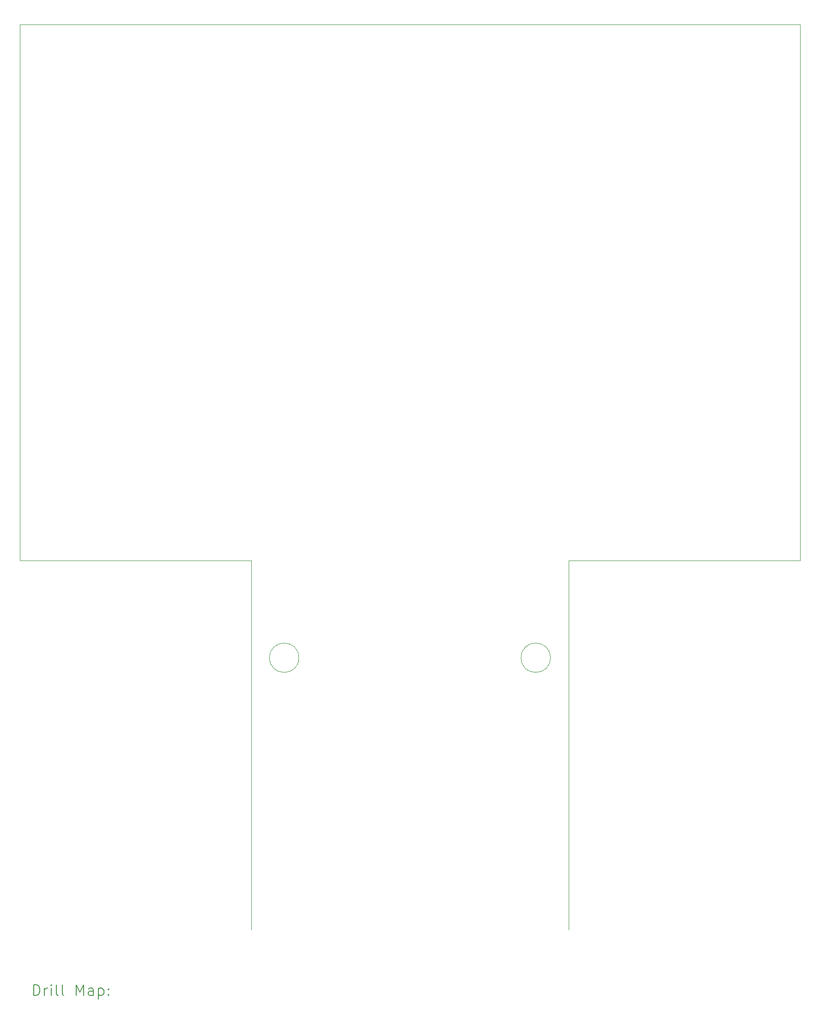
<source format=gbr>
%FSLAX45Y45*%
G04 Gerber Fmt 4.5, Leading zero omitted, Abs format (unit mm)*
G04 Created by KiCad (PCBNEW (6.0.0)) date 2022-08-18 21:38:26*
%MOMM*%
%LPD*%
G01*
G04 APERTURE LIST*
%TA.AperFunction,Profile*%
%ADD10C,0.100000*%
%TD*%
%ADD11C,0.200000*%
G04 APERTURE END LIST*
D10*
X4649000Y-11585620D02*
X4649000Y-1767160D01*
X18950140Y-11585620D02*
X18950140Y-1767160D01*
X9763696Y-13367000D02*
G75*
G03*
X9763696Y-13367000I-268830J0D01*
G01*
X14709140Y-11585620D02*
X18950140Y-11585620D01*
X4649000Y-1767160D02*
X18950140Y-1767160D01*
X14373104Y-13367000D02*
G75*
G03*
X14373104Y-13367000I-268830J0D01*
G01*
X8890000Y-18354000D02*
X8890000Y-11585620D01*
X14709140Y-18354000D02*
X14709140Y-11585620D01*
X4649000Y-11585620D02*
X8890000Y-11585620D01*
D11*
X4901619Y-19554476D02*
X4901619Y-19354476D01*
X4949238Y-19354476D01*
X4977810Y-19364000D01*
X4996857Y-19383048D01*
X5006381Y-19402095D01*
X5015905Y-19440190D01*
X5015905Y-19468762D01*
X5006381Y-19506857D01*
X4996857Y-19525905D01*
X4977810Y-19544952D01*
X4949238Y-19554476D01*
X4901619Y-19554476D01*
X5101619Y-19554476D02*
X5101619Y-19421143D01*
X5101619Y-19459238D02*
X5111143Y-19440190D01*
X5120667Y-19430667D01*
X5139714Y-19421143D01*
X5158762Y-19421143D01*
X5225429Y-19554476D02*
X5225429Y-19421143D01*
X5225429Y-19354476D02*
X5215905Y-19364000D01*
X5225429Y-19373524D01*
X5234952Y-19364000D01*
X5225429Y-19354476D01*
X5225429Y-19373524D01*
X5349238Y-19554476D02*
X5330190Y-19544952D01*
X5320667Y-19525905D01*
X5320667Y-19354476D01*
X5454000Y-19554476D02*
X5434952Y-19544952D01*
X5425429Y-19525905D01*
X5425429Y-19354476D01*
X5682571Y-19554476D02*
X5682571Y-19354476D01*
X5749238Y-19497333D01*
X5815905Y-19354476D01*
X5815905Y-19554476D01*
X5996857Y-19554476D02*
X5996857Y-19449714D01*
X5987333Y-19430667D01*
X5968286Y-19421143D01*
X5930190Y-19421143D01*
X5911143Y-19430667D01*
X5996857Y-19544952D02*
X5977809Y-19554476D01*
X5930190Y-19554476D01*
X5911143Y-19544952D01*
X5901619Y-19525905D01*
X5901619Y-19506857D01*
X5911143Y-19487810D01*
X5930190Y-19478286D01*
X5977809Y-19478286D01*
X5996857Y-19468762D01*
X6092095Y-19421143D02*
X6092095Y-19621143D01*
X6092095Y-19430667D02*
X6111143Y-19421143D01*
X6149238Y-19421143D01*
X6168286Y-19430667D01*
X6177809Y-19440190D01*
X6187333Y-19459238D01*
X6187333Y-19516381D01*
X6177809Y-19535429D01*
X6168286Y-19544952D01*
X6149238Y-19554476D01*
X6111143Y-19554476D01*
X6092095Y-19544952D01*
X6273048Y-19535429D02*
X6282571Y-19544952D01*
X6273048Y-19554476D01*
X6263524Y-19544952D01*
X6273048Y-19535429D01*
X6273048Y-19554476D01*
X6273048Y-19430667D02*
X6282571Y-19440190D01*
X6273048Y-19449714D01*
X6263524Y-19440190D01*
X6273048Y-19430667D01*
X6273048Y-19449714D01*
M02*

</source>
